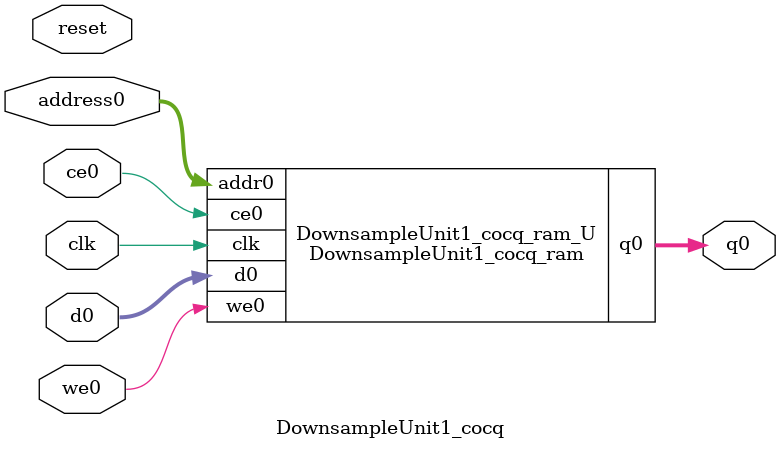
<source format=v>

`timescale 1 ns / 1 ps
module DownsampleUnit1_cocq_ram (addr0, ce0, d0, we0, q0,  clk);

parameter DWIDTH = 32;
parameter AWIDTH = 14;
parameter MEM_SIZE = 12288;

input[AWIDTH-1:0] addr0;
input ce0;
input[DWIDTH-1:0] d0;
input we0;
output reg[DWIDTH-1:0] q0;
input clk;

(* ram_style = "block" *)reg [DWIDTH-1:0] ram[0:MEM_SIZE-1];




always @(posedge clk)  
begin 
    if (ce0) 
    begin
        if (we0) 
        begin 
            ram[addr0] <= d0; 
            q0 <= d0;
        end 
        else 
            q0 <= ram[addr0];
    end
end


endmodule


`timescale 1 ns / 1 ps
module DownsampleUnit1_cocq(
    reset,
    clk,
    address0,
    ce0,
    we0,
    d0,
    q0);

parameter DataWidth = 32'd32;
parameter AddressRange = 32'd12288;
parameter AddressWidth = 32'd14;
input reset;
input clk;
input[AddressWidth - 1:0] address0;
input ce0;
input we0;
input[DataWidth - 1:0] d0;
output[DataWidth - 1:0] q0;



DownsampleUnit1_cocq_ram DownsampleUnit1_cocq_ram_U(
    .clk( clk ),
    .addr0( address0 ),
    .ce0( ce0 ),
    .d0( d0 ),
    .we0( we0 ),
    .q0( q0 ));

endmodule


</source>
